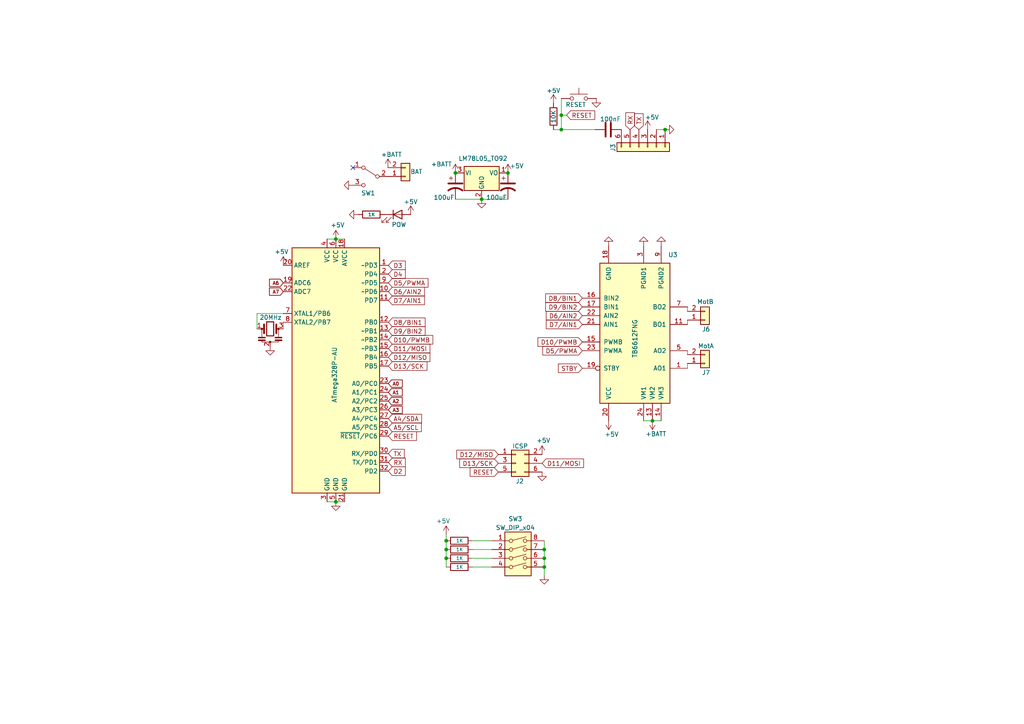
<source format=kicad_sch>
(kicad_sch (version 20230121) (generator eeschema)
  (paper "A4")
  (lib_symbols
    (symbol "ATmega328P-A_1"
      (property "Value" "ATmega328P-AU " (at -0.381 -9.398 90))
      (symbol "ATmega328P-A_1_0_1"
        (rectangle (start -12.7 -35.56) (end 12.7 35.56) (stroke (width 0.254)) (fill (type background)))
      )
      (symbol "ATmega328P-A_1_1_1"
        (pin bidirectional line (at 15.24 30.48 180) (length 2.54) (name "~PD3") (number "1"))
        (pin bidirectional line (at 15.24 22.86 180) (length 2.54) (name "~PD6") (number "10"))
        (pin bidirectional line (at 15.24 20.32 180) (length 2.54) (name "PD7") (number "11"))
        (pin bidirectional line (at 15.24 13.97 180) (length 2.54) (name "PB0") (number "12"))
        (pin bidirectional line (at 15.24 11.43 180) (length 2.54) (name "~PB1") (number "13"))
        (pin bidirectional line (at 15.24 8.89 180) (length 2.54) (name "~PB2") (number "14"))
        (pin bidirectional line (at 15.24 6.35 180) (length 2.54) (name "~PB3") (number "15"))
        (pin bidirectional line (at 15.24 3.81 180) (length 2.54) (name "PB4") (number "16"))
        (pin bidirectional line (at 15.24 1.27 180) (length 2.54) (name "PB5") (number "17"))
        (pin power_in line (at 2.54 38.1 270) (length 2.54) (name "AVCC") (number "18"))
        (pin input line (at -15.24 25.4 0) (length 2.54) (name "ADC6") (number "19"))
        (pin bidirectional line (at 15.24 27.94 180) (length 2.54) (name "PD4") (number "2"))
        (pin passive line (at -15.24 30.48 0) (length 2.54) (name "AREF") (number "20"))
        (pin passive line (at 2.54 -38.1 90) (length 2.54) (name "GND") (number "21"))
        (pin input line (at -15.24 22.86 0) (length 2.54) (name "ADC7") (number "22"))
        (pin bidirectional line (at 15.24 -3.81 180) (length 2.54) (name "A0/PC0") (number "23"))
        (pin bidirectional line (at 15.24 -6.35 180) (length 2.54) (name "A1/PC1") (number "24"))
        (pin bidirectional line (at 15.24 -8.89 180) (length 2.54) (name "A2/PC2") (number "25"))
        (pin bidirectional line (at 15.24 -11.43 180) (length 2.54) (name "A3/PC3") (number "26"))
        (pin bidirectional line (at 15.24 -13.97 180) (length 2.54) (name "A4/PC4") (number "27"))
        (pin bidirectional line (at 15.24 -16.51 180) (length 2.54) (name "A5/PC5") (number "28"))
        (pin bidirectional line (at 15.24 -19.05 180) (length 2.54) (name "~{RESET}/PC6") (number "29"))
        (pin power_in line (at -2.54 -38.1 90) (length 2.54) (name "GND") (number "3"))
        (pin bidirectional line (at 15.24 -24.13 180) (length 2.54) (name "RX/PD0") (number "30"))
        (pin bidirectional line (at 15.24 -26.67 180) (length 2.54) (name "TX/PD1") (number "31"))
        (pin bidirectional line (at 15.24 -29.21 180) (length 2.54) (name "PD2") (number "32"))
        (pin power_in line (at -2.54 38.1 270) (length 2.54) (name "VCC") (number "4"))
        (pin passive line (at 0 -38.1 90) (length 2.54) (name "GND") (number "5"))
        (pin passive line (at 0 38.1 270) (length 2.54) (name "VCC") (number "6"))
        (pin bidirectional line (at -15.24 16.51 0) (length 2.54) (name "XTAL1/PB6") (number "7"))
        (pin bidirectional line (at -15.24 13.97 0) (length 2.54) (name "XTAL2/PB7") (number "8"))
        (pin bidirectional line (at 15.24 25.4 180) (length 2.54) (name "~PD5") (number "9"))
      )
    )
    (symbol "Connector_Generic:Conn_01x02" (pin_names (offset 1.016) hide)
      (property "Reference" "J" (at 0 2.54 0))
      (property "Value" "Conn_01x02" (at 0 -5.08 0))
      (symbol "Conn_01x02_1_1"
        (rectangle (start -1.27 -2.413) (end 0 -2.667) (stroke (width 0.1524)))
        (rectangle (start -1.27 0.127) (end 0 -0.127) (stroke (width 0.1524)))
        (rectangle (start -1.27 1.27) (end 1.27 -3.81) (stroke (width 0.254)) (fill (type background)))
        (pin passive line (at -5.08 0 0) (length 3.81) (name "Pin_1") (number "1"))
        (pin passive line (at -5.08 -2.54 0) (length 3.81) (name "Pin_2") (number "2"))
      )
    )
    (symbol "Connector_Generic:Conn_02x03_Odd_Even" (pin_names (offset 1.016) hide)
      (property "Reference" "J" (at 1.27 5.08 0))
      (property "Value" "Conn_02x03_Odd_Even" (at 1.27 -5.08 0))
      (symbol "Conn_02x03_Odd_Even_1_1"
        (rectangle (start -1.27 -2.413) (end 0 -2.667) (stroke (width 0.1524)))
        (rectangle (start -1.27 0.127) (end 0 -0.127) (stroke (width 0.1524)))
        (rectangle (start -1.27 2.667) (end 0 2.413) (stroke (width 0.1524)))
        (rectangle (start -1.27 3.81) (end 3.81 -3.81) (stroke (width 0.254)) (fill (type background)))
        (rectangle (start 3.81 -2.413) (end 2.54 -2.667) (stroke (width 0.1524)))
        (rectangle (start 3.81 0.127) (end 2.54 -0.127) (stroke (width 0.1524)))
        (rectangle (start 3.81 2.667) (end 2.54 2.413) (stroke (width 0.1524)))
        (pin passive line (at -5.08 2.54 0) (length 3.81) (name "Pin_1") (number "1"))
        (pin passive line (at 7.62 2.54 180) (length 3.81) (name "Pin_2") (number "2"))
        (pin passive line (at -5.08 0 0) (length 3.81) (name "Pin_3") (number "3"))
        (pin passive line (at 7.62 0 180) (length 3.81) (name "Pin_4") (number "4"))
        (pin passive line (at -5.08 -2.54 0) (length 3.81) (name "Pin_5") (number "5"))
        (pin passive line (at 7.62 -2.54 180) (length 3.81) (name "Pin_6") (number "6"))
      )
    )
    (symbol "Connector_Generic_MountingPin:Conn_01x06_MountingPin" (pin_names (offset 1.016) hide)
      (symbol "Conn_01x06_MountingPin_1_1"
        (rectangle (start -1.27 -7.493) (end 0 -7.747) (stroke (width 0.1524)))
        (rectangle (start -1.27 -4.953) (end 0 -5.207) (stroke (width 0.1524)))
        (rectangle (start -1.27 -2.413) (end 0 -2.667) (stroke (width 0.1524)))
        (rectangle (start -1.27 0.127) (end 0 -0.127) (stroke (width 0.1524)))
        (rectangle (start -1.27 2.667) (end 0 2.413) (stroke (width 0.1524)))
        (rectangle (start -1.27 5.207) (end 0 4.953) (stroke (width 0.1524)))
        (rectangle (start -1.27 6.35) (end 1.27 -8.89) (stroke (width 0.254)) (fill (type background)))
        (pin passive line (at -5.08 5.08 0) (length 3.81) (name "Pin_1") (number "1"))
        (pin passive line (at -5.08 2.54 0) (length 3.81) (name "Pin_2") (number "2"))
        (pin passive line (at -5.08 0 0) (length 3.81) (name "Pin_3") (number "3"))
        (pin passive line (at -5.08 -2.54 0) (length 3.81) (name "Pin_4") (number "4"))
        (pin passive line (at -5.08 -5.08 0) (length 3.81) (name "Pin_5") (number "5"))
        (pin passive line (at -5.08 -7.62 0) (length 3.81) (name "Pin_6") (number "6"))
      )
    )
    (symbol "Device:C" (pin_numbers hide) (pin_names (offset 0.254))
      (property "Reference" "C" (at 0.635 2.54 0))
      (property "Value" "C" (at 0.635 -2.54 0))
      (symbol "C_0_1"
        (polyline (pts (xy -2.032 -0.762) (xy 2.032 -0.762)) (stroke (width 0.508)))
        (polyline (pts (xy -2.032 0.762) (xy 2.032 0.762)) (stroke (width 0.508)))
      )
      (symbol "C_1_1"
        (pin passive line (at 0 3.81 270) (length 2.794) (name "~") (number "1"))
        (pin passive line (at 0 -3.81 90) (length 2.794) (name "~") (number "2"))
      )
    )
    (symbol "Device:C_Polarized_US" (pin_numbers hide) (pin_names (offset 0.254) hide)
      (property "Reference" "C" (at 0.635 2.54 0))
      (property "Value" "C_Polarized_US" (at 0.635 -2.54 0))
      (symbol "C_Polarized_US_0_1"
        (polyline (pts (xy -2.032 0.762) (xy 2.032 0.762)) (stroke (width 0.508)))
        (polyline (pts (xy -1.778 2.286) (xy -0.762 2.286)))
        (polyline (pts (xy -1.27 1.778) (xy -1.27 2.794)))
        (arc (start 2.032 -1.27) (mid 0 -0.5572) (end -2.032 -1.27) (stroke (width 0.508)))
      )
      (symbol "C_Polarized_US_1_1"
        (pin passive line (at 0 3.81 270) (length 2.794) (name "~") (number "1"))
        (pin passive line (at 0 -3.81 90) (length 3.302) (name "~") (number "2"))
      )
    )
    (symbol "Device:LED" (pin_numbers hide) (pin_names (offset 1.016) hide)
      (property "Reference" "D" (at 0 2.54 0))
      (property "Value" "LED" (at 0 -2.54 0))
      (symbol "LED_0_1"
        (polyline (pts (xy -1.27 -1.27) (xy -1.27 1.27)) (stroke (width 0.254)))
        (polyline (pts (xy -1.27 0) (xy 1.27 0)))
        (polyline (pts (xy 1.27 -1.27) (xy 1.27 1.27) (xy -1.27 0) (xy 1.27 -1.27)) (stroke (width 0.254)))
        (polyline (pts (xy -3.048 -0.762) (xy -4.572 -2.286) (xy -3.81 -2.286) (xy -4.572 -2.286) (xy -4.572 -1.524)))
        (polyline (pts (xy -1.778 -0.762) (xy -3.302 -2.286) (xy -2.54 -2.286) (xy -3.302 -2.286) (xy -3.302 -1.524)))
      )
      (symbol "LED_1_1"
        (pin passive line (at -3.81 0 0) (length 2.54) (name "K") (number "1"))
        (pin passive line (at 3.81 0 180) (length 2.54) (name "A") (number "2"))
      )
    )
    (symbol "Device:R" (pin_numbers hide) (pin_names (offset 0))
      (property "Reference" "R" (at 2.032 0 90))
      (property "Value" "R" (at 0 0 90))
      (symbol "R_0_1"
        (rectangle (start -1.016 -2.54) (end 1.016 2.54) (stroke (width 0.254)))
      )
      (symbol "R_1_1"
        (pin passive line (at 0 3.81 270) (length 1.27) (name "~") (number "1"))
        (pin passive line (at 0 -3.81 90) (length 1.27) (name "~") (number "2"))
      )
    )
    (symbol "Device:Resonator" (pin_names (offset 1.016) hide)
      (property "Reference" "Y" (at 0 5.715 0))
      (property "Value" "Resonator" (at 0 3.81 0))
      (symbol "Resonator_0_1"
        (rectangle (start -3.429 -3.175) (end -1.397 -3.429) (fill (type outline)))
        (rectangle (start -3.429 -2.413) (end -1.397 -2.667) (fill (type outline)))
        (circle (center -2.413 0) (radius 0.254) (fill (type outline)))
        (rectangle (start -1.016 2.032) (end 1.016 -2.032) (stroke (width 0.3048)))
        (circle (center 0 -3.81) (radius 0.254) (fill (type outline)))
        (polyline (pts (xy -2.413 -2.413) (xy -2.413 0)))
        (polyline (pts (xy -1.905 0) (xy -3.175 0)))
        (polyline (pts (xy -1.778 -1.27) (xy -1.778 1.27)) (stroke (width 0.508)))
        (polyline (pts (xy 1.778 -1.27) (xy 1.778 1.27)) (stroke (width 0.508)))
        (polyline (pts (xy 1.905 0) (xy 2.54 0)))
        (polyline (pts (xy 2.413 0) (xy 2.413 -2.54)))
        (polyline (pts (xy 2.413 -3.302) (xy 2.413 -3.81) (xy -2.413 -3.81) (xy -2.413 -3.302)))
        (rectangle (start 1.397 -3.175) (end 3.429 -3.429) (fill (type outline)))
        (rectangle (start 1.397 -2.413) (end 3.429 -2.667) (fill (type outline)))
        (circle (center 2.413 0) (radius 0.254) (fill (type outline)))
      )
      (symbol "Resonator_1_1"
        (pin passive line (at -3.81 0 0) (length 1.27) (name "1") (number "1"))
        (pin passive line (at 0 -5.08 90) (length 1.27) (name "2") (number "2"))
        (pin passive line (at 3.81 0 180) (length 1.27) (name "3") (number "3"))
      )
    )
    (symbol "Driver_Motor:TB6612FNG" (pin_names (offset 1.016))
      (property "Reference" "U" (at 11.43 17.78 0))
      (property "Value" "TB6612FNG" (at 11.43 15.24 0))
      (symbol "TB6612FNG_0_1"
        (rectangle (start -10.16 20.32) (end 10.16 -20.32) (stroke (width 0.254)) (fill (type background)))
      )
      (symbol "TB6612FNG_1_1"
        (pin output line (at 15.24 10.16 180) (length 5.08) (name "AO1") (number "1"))
        (pin passive line (at 7.62 -25.4 90) (length 5.08) hide (name "PGND2") (number "10"))
        (pin output line (at 15.24 -2.54 180) (length 5.08) (name "BO1") (number "11"))
        (pin passive line (at 15.24 -2.54 180) (length 5.08) hide (name "BO1") (number "12"))
        (pin power_in line (at 5.08 25.4 270) (length 5.08) (name "VM2") (number "13"))
        (pin power_in line (at 7.62 25.4 270) (length 5.08) (name "VM3") (number "14"))
        (pin input line (at -15.24 2.54 0) (length 5.08) (name "PWMB") (number "15"))
        (pin input line (at -15.24 -10.16 0) (length 5.08) (name "BIN2") (number "16"))
        (pin input line (at -15.24 -7.62 0) (length 5.08) (name "BIN1") (number "17"))
        (pin power_in line (at -7.62 -25.4 90) (length 5.08) (name "GND") (number "18"))
        (pin input inverted (at -15.24 10.16 0) (length 5.08) (name "STBY") (number "19"))
        (pin passive line (at 15.24 10.16 180) (length 5.08) hide (name "AO1") (number "2"))
        (pin power_in line (at -7.62 25.4 270) (length 5.08) (name "VCC") (number "20"))
        (pin input line (at -15.24 -2.54 0) (length 5.08) (name "AIN1") (number "21"))
        (pin input line (at -15.24 -5.08 0) (length 5.08) (name "AIN2") (number "22"))
        (pin input line (at -15.24 5.08 0) (length 5.08) (name "PWMA") (number "23"))
        (pin power_in line (at 2.54 25.4 270) (length 5.08) (name "VM1") (number "24"))
        (pin power_in line (at 2.54 -25.4 90) (length 5.08) (name "PGND1") (number "3"))
        (pin passive line (at 2.54 -25.4 90) (length 5.08) hide (name "PGND1") (number "4"))
        (pin output line (at 15.24 5.08 180) (length 5.08) (name "AO2") (number "5"))
        (pin passive line (at 15.24 5.08 180) (length 5.08) hide (name "AO2") (number "6"))
        (pin output line (at 15.24 -7.62 180) (length 5.08) (name "BO2") (number "7"))
        (pin passive line (at 15.24 -7.62 180) (length 5.08) hide (name "BO2") (number "8"))
        (pin power_in line (at 7.62 -25.4 90) (length 5.08) (name "PGND2") (number "9"))
      )
    )
    (symbol "Regulator_Linear:LM78L05_TO92" (pin_names (offset 0.254))
      (property "Reference" "U" (at -3.81 3.175 0))
      (property "Value" "LM78L05_TO92" (at 0 3.175 0))
      (symbol "LM78L05_TO92_0_1"
        (rectangle (start -5.08 -5.08) (end 5.08 1.905) (stroke (width 0.254)) (fill (type background)))
      )
      (symbol "LM78L05_TO92_1_1"
        (pin power_out line (at 7.62 0 180) (length 2.54) (name "VO") (number "1"))
        (pin power_in line (at 0 -7.62 90) (length 2.54) (name "GND") (number "2"))
        (pin power_in line (at -7.62 0 0) (length 2.54) (name "VI") (number "3"))
      )
    )
    (symbol "Switch:SW_DIP_x04" (pin_names (offset 0) hide)
      (property "Reference" "SW" (at 0 8.89 0))
      (property "Value" "SW_DIP_x04" (at 0 -6.35 0))
      (symbol "SW_DIP_x04_0_0"
        (circle (center -2.032 -2.54) (radius 0.508))
        (circle (center -2.032 0) (radius 0.508))
        (circle (center -2.032 2.54) (radius 0.508))
        (circle (center -2.032 5.08) (radius 0.508))
        (polyline (pts (xy -1.524 -2.3876) (xy 2.3622 -1.3462)))
        (polyline (pts (xy -1.524 0.127) (xy 2.3622 1.1684)))
        (polyline (pts (xy -1.524 2.667) (xy 2.3622 3.7084)))
        (polyline (pts (xy -1.524 5.207) (xy 2.3622 6.2484)))
        (circle (center 2.032 -2.54) (radius 0.508))
        (circle (center 2.032 0) (radius 0.508))
        (circle (center 2.032 2.54) (radius 0.508))
        (circle (center 2.032 5.08) (radius 0.508))
      )
      (symbol "SW_DIP_x04_0_1"
        (rectangle (start -3.81 7.62) (end 3.81 -5.08) (stroke (width 0.254)) (fill (type background)))
      )
      (symbol "SW_DIP_x04_1_1"
        (pin passive line (at -7.62 5.08 0) (length 5.08) (name "~") (number "1"))
        (pin passive line (at -7.62 2.54 0) (length 5.08) (name "~") (number "2"))
        (pin passive line (at -7.62 0 0) (length 5.08) (name "~") (number "3"))
        (pin passive line (at -7.62 -2.54 0) (length 5.08) (name "~") (number "4"))
        (pin passive line (at 7.62 -2.54 180) (length 5.08) (name "~") (number "5"))
        (pin passive line (at 7.62 0 180) (length 5.08) (name "~") (number "6"))
        (pin passive line (at 7.62 2.54 180) (length 5.08) (name "~") (number "7"))
        (pin passive line (at 7.62 5.08 180) (length 5.08) (name "~") (number "8"))
      )
    )
    (symbol "Switch:SW_Push" (pin_numbers hide) (pin_names (offset 1.016) hide)
      (property "Reference" "SW" (at 1.27 2.54 0))
      (property "Value" "SW_Push" (at 0 -1.524 0))
      (symbol "SW_Push_0_1"
        (circle (center -2.032 0) (radius 0.508))
        (polyline (pts (xy 0 1.27) (xy 0 3.048)))
        (polyline (pts (xy 2.54 1.27) (xy -2.54 1.27)))
        (circle (center 2.032 0) (radius 0.508))
        (pin passive line (at -5.08 0 0) (length 2.54) (name "1") (number "1"))
        (pin passive line (at 5.08 0 180) (length 2.54) (name "2") (number "2"))
      )
    )
    (symbol "Switch:SW_SPDT" (pin_names (offset 0) hide)
      (property "Reference" "SW" (at 0 4.318 0))
      (property "Value" "SW_SPDT" (at 0 -5.08 0))
      (symbol "SW_SPDT_0_0"
        (circle (center -2.032 0) (radius 0.508))
        (circle (center 2.032 -2.54) (radius 0.508))
      )
      (symbol "SW_SPDT_0_1"
        (polyline (pts (xy -1.524 0.254) (xy 1.651 2.286)))
        (circle (center 2.032 2.54) (radius 0.508))
      )
      (symbol "SW_SPDT_1_1"
        (pin passive line (at 5.08 2.54 180) (length 2.54) (name "A") (number "1"))
        (pin passive line (at -5.08 0 0) (length 2.54) (name "B") (number "2"))
        (pin passive line (at 5.08 -2.54 180) (length 2.54) (name "C") (number "3"))
      )
    )
    (symbol "power:+5V" (power) (pin_names (offset 0))
      (property "Value" "+5V" (at 0 3.556 0))
      (symbol "+5V_0_1"
        (polyline (pts (xy -0.762 1.27) (xy 0 2.54)))
        (polyline (pts (xy 0 0) (xy 0 2.54)))
        (polyline (pts (xy 0 2.54) (xy 0.762 1.27)))
      )
      (symbol "+5V_1_1"
        (pin power_in line (at 0 0 90) (length 0) hide (name "+5V") (number "1"))
      )
    )
    (symbol "power:+BATT" (power) (pin_names (offset 0))
      (property "Value" "+BATT" (at 0 3.556 0))
      (symbol "+BATT_0_1"
        (polyline (pts (xy -0.762 1.27) (xy 0 2.54)))
        (polyline (pts (xy 0 0) (xy 0 2.54)))
        (polyline (pts (xy 0 2.54) (xy 0.762 1.27)))
      )
      (symbol "+BATT_1_1"
        (pin power_in line (at 0 0 90) (length 0) hide (name "+BATT") (number "1"))
      )
    )
    (symbol "power:GND" (power) (pin_names (offset 0))
      (property "Value" "GND" (at 0 -3.81 0))
      (symbol "GND_0_1"
        (polyline (pts (xy 0 0) (xy 0 -1.27) (xy 1.27 -1.27) (xy 0 -2.54) (xy -1.27 -1.27) (xy 0 -1.27)))
      )
      (symbol "GND_1_1"
        (pin power_in line (at 0 0 270) (length 0) hide (name "GND") (number "1"))
      )
    )
  )
  (junction (at 162.814 37.592))
  (junction (at 157.861 159.385))
  (junction (at 147.32 50.165))
  (junction (at 129.413 156.845))
  (junction (at 189.23 122.047))
  (junction (at 162.814 33.401))
  (junction (at 192.913 37.592))
  (junction (at 97.409 145.542))
  (junction (at 132.08 50.165))
  (junction (at 129.413 159.385))
  (junction (at 129.413 161.925))
  (junction (at 157.861 164.465))
  (junction (at 97.409 69.342))
  (junction (at 157.861 161.925))
  (junction (at 139.7 57.785))
  (no_connect (at 102.362 48.641))
  (wire (pts (xy 137.033 156.845) (xy 142.621 156.845)))
  (wire (pts (xy 129.413 159.385) (xy 129.413 161.925)))
  (wire (pts (xy 74.549 95.377) (xy 74.549 90.932)))
  (wire (pts (xy 157.861 166.878) (xy 157.861 164.465)))
  (wire (pts (xy 199.39 102.87) (xy 199.39 101.727)))
  (wire (pts (xy 137.033 161.925) (xy 142.621 161.925)))
  (wire (pts (xy 129.413 161.925) (xy 129.413 164.465)))
  (wire (pts (xy 162.814 37.592) (xy 172.593 37.592)))
  (wire (pts (xy 129.413 156.845) (xy 129.413 159.385)))
  (wire (pts (xy 97.409 69.342) (xy 99.949 69.342)))
  (wire (pts (xy 157.861 156.845) (xy 157.861 159.385)))
  (wire (pts (xy 129.413 155.067) (xy 129.413 156.845)))
  (wire (pts (xy 186.69 122.047) (xy 189.23 122.047)))
  (wire (pts (xy 82.169 95.377) (xy 82.169 93.472)))
  (wire (pts (xy 94.869 145.542) (xy 97.409 145.542)))
  (wire (pts (xy 137.033 159.385) (xy 142.621 159.385)))
  (wire (pts (xy 157.861 159.385) (xy 157.861 161.925)))
  (wire (pts (xy 162.814 33.401) (xy 162.814 37.592)))
  (wire (pts (xy 132.08 57.785) (xy 139.7 57.785)))
  (wire (pts (xy 97.409 145.542) (xy 99.949 145.542)))
  (wire (pts (xy 94.869 69.342) (xy 97.409 69.342)))
  (wire (pts (xy 139.7 57.785) (xy 147.32 57.785)))
  (wire (pts (xy 74.549 90.932) (xy 82.169 90.932)))
  (wire (pts (xy 164.338 33.401) (xy 162.814 33.401)))
  (wire (pts (xy 189.23 122.047) (xy 191.77 122.047)))
  (wire (pts (xy 160.528 37.592) (xy 162.814 37.592)))
  (wire (pts (xy 199.39 89.027) (xy 199.39 90.297)))
  (wire (pts (xy 190.373 37.592) (xy 192.913 37.592)))
  (wire (pts (xy 157.861 161.925) (xy 157.861 164.465)))
  (wire (pts (xy 199.39 105.41) (xy 199.39 106.807)))
  (wire (pts (xy 162.814 28.575) (xy 162.814 33.401)))
  (wire (pts (xy 137.033 164.465) (xy 142.621 164.465)))
  (wire (pts (xy 199.39 92.837) (xy 199.39 94.107)))
  (global_label "D8{slash}BIN1" (shape input) (at 112.649 93.472 0) (property "Intersheetrefs" "${INTERSHEET_REFS}" (effects hide)))
  (global_label "D11{slash}MOSI" (shape input) (at 157.226 134.366 0) (property "Intersheetrefs" "${INTERSHEET_REFS}" (effects hide)))
  (global_label "RESET" (shape input) (at 164.338 33.401 0) (property "Intersheetrefs" "${INTERSHEET_REFS}" (effects hide)))
  (global_label "D10{slash}PWMB" (shape input) (at 168.91 99.187 180) (property "Intersheetrefs" "${INTERSHEET_REFS}" (effects hide)))
  (global_label "A7" (shape input) (at 82.169 84.582 180) (effects (font (size 1 1) (thickness 0.2) bold)) (property "Intersheetrefs" "${INTERSHEET_REFS}" (effects hide)))
  (global_label "D7{slash}AIN1" (shape input) (at 168.91 94.107 180) (property "Intersheetrefs" "${INTERSHEET_REFS}" (effects hide)))
  (global_label "D8{slash}BIN1" (shape input) (at 168.91 86.487 180) (property "Intersheetrefs" "${INTERSHEET_REFS}" (effects hide)))
  (global_label "STBY" (shape input) (at 168.91 106.807 180) (property "Intersheetrefs" "${INTERSHEET_REFS}" (effects hide)))
  (global_label "D11{slash}MOSI" (shape input) (at 112.649 101.092 0) (property "Intersheetrefs" "${INTERSHEET_REFS}" (effects hide)))
  (global_label "D5{slash}PWMA" (shape input) (at 168.91 101.727 180) (property "Intersheetrefs" "${INTERSHEET_REFS}" (effects hide)))
  (global_label "A6" (shape input) (at 82.169 82.042 180) (effects (font (size 1 1) (thickness 0.2) bold)) (property "Intersheetrefs" "${INTERSHEET_REFS}" (effects hide)))
  (global_label "RX" (shape input) (at 112.649 134.112 0) (property "Intersheetrefs" "${INTERSHEET_REFS}" (effects hide)))
  (global_label "TX" (shape input) (at 185.293 37.592 90) (property "Intersheetrefs" "${INTERSHEET_REFS}" (effects hide)))
  (global_label "D9{slash}BIN2" (shape input) (at 112.649 96.012 0) (property "Intersheetrefs" "${INTERSHEET_REFS}" (effects hide)))
  (global_label "D12{slash}MISO" (shape input) (at 144.526 131.826 180) (property "Intersheetrefs" "${INTERSHEET_REFS}" (effects hide)))
  (global_label "D3" (shape input) (at 112.649 76.962 0) (property "Intersheetrefs" "${INTERSHEET_REFS}" (effects hide)))
  (global_label "D5{slash}PWMA" (shape input) (at 112.649 82.042 0) (property "Intersheetrefs" "${INTERSHEET_REFS}" (effects hide)))
  (global_label "RESET" (shape input) (at 112.649 126.492 0) (property "Intersheetrefs" "${INTERSHEET_REFS}" (effects hide)))
  (global_label "RESET" (shape input) (at 144.526 136.906 180) (property "Intersheetrefs" "${INTERSHEET_REFS}" (effects hide)))
  (global_label "RX" (shape input) (at 182.753 37.592 90) (property "Intersheetrefs" "${INTERSHEET_REFS}" (effects hide)))
  (global_label "D4" (shape input) (at 112.649 79.502 0) (property "Intersheetrefs" "${INTERSHEET_REFS}" (effects hide)))
  (global_label "D12{slash}MISO" (shape input) (at 112.649 103.632 0) (property "Intersheetrefs" "${INTERSHEET_REFS}" (effects hide)))
  (global_label "A1" (shape input) (at 112.649 113.792 0) (effects (font (size 1 1) (thickness 0.2) bold)) (property "Intersheetrefs" "${INTERSHEET_REFS}" (effects hide)))
  (global_label "D7{slash}AIN1" (shape input) (at 112.649 87.122 0) (property "Intersheetrefs" "${INTERSHEET_REFS}" (effects hide)))
  (global_label "D10{slash}PWMB" (shape input) (at 112.649 98.552 0) (property "Intersheetrefs" "${INTERSHEET_REFS}" (effects hide)))
  (global_label "D13{slash}SCK" (shape input) (at 144.526 134.366 180) (property "Intersheetrefs" "${INTERSHEET_REFS}" (effects hide)))
  (global_label "A3" (shape input) (at 112.649 118.872 0) (effects (font (size 1 1) (thickness 0.2) bold)) (property "Intersheetrefs" "${INTERSHEET_REFS}" (effects hide)))
  (global_label "D6{slash}AIN2" (shape input) (at 168.91 91.567 180) (property "Intersheetrefs" "${INTERSHEET_REFS}" (effects hide)))
  (global_label "TX" (shape input) (at 112.649 131.572 0) (property "Intersheetrefs" "${INTERSHEET_REFS}" (effects hide)))
  (global_label "D6{slash}AIN2" (shape input) (at 112.649 84.582 0) (property "Intersheetrefs" "${INTERSHEET_REFS}" (effects hide)))
  (global_label "A2" (shape input) (at 112.649 116.332 0) (effects (font (size 1 1) (thickness 0.2) bold)) (property "Intersheetrefs" "${INTERSHEET_REFS}" (effects hide)))
  (global_label "D2" (shape input) (at 112.649 136.652 0) (property "Intersheetrefs" "${INTERSHEET_REFS}" (effects hide)))
  (global_label "A0" (shape input) (at 112.649 111.252 0) (effects (font (size 1 1) (thickness 0.2) bold)) (property "Intersheetrefs" "${INTERSHEET_REFS}" (effects hide)))
  (global_label "D9{slash}BIN2" (shape input) (at 168.91 89.027 180) (property "Intersheetrefs" "${INTERSHEET_REFS}" (effects hide)))
  (global_label "D13{slash}SCK" (shape input) (at 112.649 106.172 0) (property "Intersheetrefs" "${INTERSHEET_REFS}" (effects hide)))
  (global_label "A4{slash}SDA" (shape input) (at 112.649 121.412 0) (property "Intersheetrefs" "${INTERSHEET_REFS}" (effects hide)))
  (global_label "A5{slash}SCL" (shape input) (at 112.649 123.952 0) (property "Intersheetrefs" "${INTERSHEET_REFS}" (effects hide)))
  (symbol (lib_id "power:+5V") (at 129.413 155.067 0) (mirror y) (unit 1)
    (property "Reference" "#PWR029" (effects hide))
    (property "Value" "+5V" (at 128.524 151.13 0))
  )
  (symbol (lib_id "power:+BATT") (at 112.522 48.641 0) (unit 1)
    (property "Reference" "#PWR06" (effects hide))
    (property "Value" "+BATT" (at 113.538 44.831 0))
  )
  (symbol (lib_id "power:+5V") (at 97.409 69.342 0) (unit 1)
    (property "Reference" "#PWR03" (effects hide))
    (property "Value" "+5V" (at 97.917 65.278 0))
  )
  (symbol (lib_id "power:GND") (at 139.7 57.785 0) (mirror y) (unit 1)
    (property "Reference" "#PWR011" (effects hide))
    (property "Value" "GND" (effects hide))
  )
  (symbol (lib_id "Device:LED") (at 115.316 62.23 0) (unit 1)
    (property "Reference" "D1" (effects hide))
    (property "Value" "POW" (at 117.856 65.151 0) (effects (justify right)))
  )
  (symbol (lib_id "power:+5V") (at 187.833 37.592 0) (unit 1)
    (property "Reference" "#PWR010" (effects hide))
    (property "Value" "+5V" (at 189.103 34.036 0))
  )
  (symbol (lib_id "power:GND") (at 102.362 53.721 270) (mirror x) (unit 1)
    (property "Reference" "#PWR05" (effects hide))
    (property "Value" "GND" (effects hide))
  )
  (symbol (lib_id "Device:R") (at 107.696 62.23 90) (unit 1)
    (property "Reference" "R1" (effects hide))
    (property "Value" "1K" (at 108.839 62.23 90) (effects (font (size 1 1)) (justify left)))
    (property "Footprint" "Resistor_SMD:R_1206_3216Metric" (effects hide))
  )
  (symbol (lib_id "Device:R") (at 133.223 159.385 90) (unit 1)
    (property "Reference" "R8" (effects hide))
    (property "Value" "1K" (at 134.366 159.385 90) (effects (font (size 1 1)) (justify left)))
    (property "Footprint" "Resistor_SMD:R_1206_3216Metric" (effects hide))
  )
  (symbol (lib_id "power:GND") (at 192.913 37.592 90) (unit 1)
    (property "Reference" "#PWR012" (effects hide))
    (property "Value" "GND" (effects hide))
  )
  (symbol (lib_id "power:GND") (at 97.409 145.542 0) (mirror y) (unit 1)
    (property "Reference" "#PWR04" (effects hide))
    (property "Value" "GND" (effects hide))
  )
  (symbol (lib_id "Device:Resonator") (at 78.359 95.377 0) (unit 1)
    (property "Reference" "Y1" (effects hide))
    (property "Value" "20MHz" (at 78.486 92.075 0))
    (property "Footprint" "Crystal:Resonator_SMD_Murata_CSTxExxV-3Pin_3.0x1.1mm" (effects hide))
  )
  (symbol (lib_id "Connector_Generic:Conn_01x02") (at 204.47 105.41 0) (mirror x) (unit 1)
    (property "Reference" "J7" (at 203.581 108.077 0) (effects (justify left)))
    (property "Value" "MotA" (at 202.438 100.33 0) (effects (justify left)))
    (property "Footprint" "Connector_PinHeader_2.54mm:PinHeader_1x02_P2.54mm_Horizontal" (effects hide))
  )
  (symbol (lib_id "power:GND") (at 157.226 136.906 0) (mirror y) (unit 1)
    (property "Reference" "#PWR015" (effects hide))
    (property "Value" "GND" (effects hide))
  )
  (symbol (lib_id "power:+BATT") (at 132.08 50.165 0) (unit 1)
    (property "Reference" "#PWR08" (effects hide))
    (property "Value" "+BATT" (at 128.016 47.625 0))
  )
  (symbol (lib_id "power:+5V") (at 82.169 76.962 0) (unit 1)
    (property "Reference" "#PWR02" (effects hide))
    (property "Value" "+5V" (at 81.661 73.025 0))
  )
  (symbol (lib_id "power:+5V") (at 160.528 29.972 0) (mirror y) (unit 1)
    (property "Reference" "#PWR017" (effects hide))
    (property "Value" "+5V" (at 160.528 26.289 0))
  )
  (symbol (lib_id "Connector_Generic:Conn_01x02") (at 117.602 51.181 0) (mirror x) (unit 1)
    (property "Reference" "J1" (effects hide))
    (property "Value" "BAT" (at 118.999 49.784 0) (effects (justify left)))
    (property "Footprint" "Connector_PinHeader_2.54mm:PinHeader_1x02_P2.54mm_Vertical" (effects hide))
  )
  (symbol (lib_id "Device:R") (at 133.223 156.845 90) (unit 1)
    (property "Reference" "R7" (effects hide))
    (property "Value" "1K" (at 134.366 156.845 90) (effects (font (size 1 1)) (justify left)))
    (property "Footprint" "Resistor_SMD:R_1206_3216Metric" (effects hide))
  )
  (symbol (lib_id "power:GND") (at 176.53 71.247 0) (mirror x) (unit 1)
    (property "Reference" "#PWR019" (effects hide))
    (property "Value" "GND" (effects hide))
  )
  (symbol (lib_id "Connector_Generic_MountingPin:Conn_01x06_MountingPin") (at 187.833 42.672 270) (unit 1)
    (property "Reference" "J3" (at 177.8 41.656 0) (effects (justify left)))
    (property "Value" "Conn_01x06_MountingPin" (effects hide))
  )
  (symbol (lib_id "Device:C_Polarized_US") (at 147.32 53.975 0) (unit 1)
    (property "Reference" "C2" (effects hide))
    (property "Value" "100uF" (at 144.018 57.277 0))
    (property "Footprint" "Capacitor_SMD:C_1210_3225Metric_Pad1.33x2.70mm_HandSolder" (effects hide))
  )
  (symbol (lib_id "power:+BATT") (at 189.23 122.047 0) (mirror x) (unit 1)
    (property "Reference" "#PWR022" (effects hide))
    (property "Value" "+BATT" (at 190.246 125.857 0))
  )
  (symbol (lib_id "power:GND") (at 103.886 62.23 270) (mirror x) (unit 1)
    (property "Reference" "#PWR09" (effects hide))
    (property "Value" "GND" (effects hide))
  )
  (symbol (lib_id "power:GND") (at 78.359 100.457 0) (mirror y) (unit 1)
    (property "Reference" "#PWR01" (effects hide))
    (property "Value" "GND" (effects hide))
  )
  (symbol (lib_id "Device:C_Polarized_US") (at 132.08 53.975 0) (unit 1)
    (property "Reference" "C1" (effects hide))
    (property "Value" "100uF" (at 128.778 57.277 0))
    (property "Footprint" "Capacitor_SMD:C_1210_3225Metric_Pad1.33x2.70mm_HandSolder" (effects hide))
  )
  (symbol (lib_id "Connector_Generic:Conn_01x02") (at 204.47 92.837 0) (mirror x) (unit 1)
    (property "Reference" "J6" (at 203.581 95.504 0) (effects (justify left)))
    (property "Value" "MotB" (at 202.184 87.503 0) (effects (justify left)))
    (property "Footprint" "Connector_PinHeader_2.54mm:PinHeader_1x02_P2.54mm_Horizontal" (effects hide))
  )
  (symbol (lib_id "power:+5V") (at 176.53 122.047 0) (mirror x) (unit 1)
    (property "Reference" "#PWR020" (effects hide))
    (property "Value" "+5V" (at 177.419 125.984 0))
  )
  (symbol (lib_id "Device:R") (at 160.528 33.782 180) (unit 1)
    (property "Reference" "R2" (effects hide))
    (property "Value" "10K" (at 160.528 31.877 90) (effects (justify left)))
    (property "Footprint" "Resistor_SMD:R_1206_3216Metric" (effects hide))
  )
  (symbol (lib_name "ATmega328P-A_1") (lib_id "MCU_Microchip_ATmega:ATmega328P-A") (at 97.409 107.442 0) (unit 1)
    (property "Reference" "U1" (effects hide))
    (property "Value" "ATmega328P-AU " (at 97.028 116.84 90) (effects (justify left)))
    (property "Footprint" "Package_QFP:TQFP-32_7x7mm_P0.8mm" (effects hide))
    (property "Datasheet" "http://ww1.microchip.com/downloads/en/DeviceDoc/ATmega328_P%20AVR%20MCU%20with%20picoPower%20Technology%20Data%20Sheet%2040001984A.pdf" (effects hide))
  )
  (symbol (lib_id "power:GND") (at 172.974 28.575 0) (mirror y) (unit 1)
    (property "Reference" "#PWR018" (effects hide))
    (property "Value" "GND" (effects hide))
  )
  (symbol (lib_id "Switch:SW_Push") (at 167.894 28.575 0) (mirror y) (unit 1)
    (property "Reference" "SW2" (effects hide))
    (property "Value" "RESET" (at 167.005 30.353 0))
  )
  (symbol (lib_id "Driver_Motor:TB6612FNG") (at 184.15 96.647 0) (mirror x) (unit 1) (on_board no)
    (property "Reference" "U3" (at 193.7894 73.914 0) (effects (justify left)))
    (property "Value" "TB6612FNG" (at 184.15 92.583 90) (effects (font (size 1.3 1.3)) (justify left)))
    (property "Footprint" "Package_SO:SSOP-24_5.3x8.2mm_P0.65mm" (effects hide))
    (property "Datasheet" "https://toshiba.semicon-storage.com/us/product/linear/motordriver/detail.TB6612FNG.html" (effects hide))
  )
  (symbol (lib_id "Switch:SW_SPDT") (at 107.442 51.181 0) (mirror y) (unit 1)
    (property "Reference" "SW1" (at 106.807 56.007 0))
    (property "Value" "SW_SPDT" (effects hide))
  )
  (symbol (lib_id "power:GND") (at 186.69 71.247 0) (mirror x) (unit 1)
    (property "Reference" "#PWR021" (effects hide))
    (property "Value" "GND" (effects hide))
  )
  (symbol (lib_id "Device:R") (at 133.223 161.925 90) (unit 1)
    (property "Reference" "R9" (effects hide))
    (property "Value" "1K" (at 134.366 161.925 90) (effects (font (size 1 1)) (justify left)))
    (property "Footprint" "Resistor_SMD:R_1206_3216Metric" (effects hide))
  )
  (symbol (lib_id "Connector_Generic:Conn_02x03_Odd_Even") (at 149.606 134.366 0) (unit 1)
    (property "Reference" "J2" (at 150.749 139.573 0))
    (property "Value" "ICSP" (at 150.876 129.413 0))
    (property "Footprint" "Connector_PinHeader_2.54mm:PinHeader_2x03_P2.54mm_Vertical" (effects hide))
  )
  (symbol (lib_id "Device:R") (at 133.223 164.465 90) (unit 1)
    (property "Reference" "R10" (effects hide))
    (property "Value" "1K" (at 134.366 164.465 90) (effects (font (size 1 1)) (justify left)))
    (property "Footprint" "Resistor_SMD:R_1206_3216Metric" (effects hide))
  )
  (symbol (lib_id "Switch:SW_DIP_x04") (at 150.241 161.925 0) (unit 1)
    (property "Reference" "SW3" (at 149.479 150.495 0))
    (property "Value" "SW_DIP_x04" (at 149.479 153.035 0))
  )
  (symbol (lib_id "Regulator_Linear:LM78L05_TO92") (at 139.7 50.165 0) (unit 1)
    (property "Reference" "U2" (effects hide))
    (property "Value" "LM78L05_TO92" (at 140.081 45.974 0))
    (property "Footprint" "Package_TO_SOT_THT:TO-92_Inline" (effects hide))
    (property "Datasheet" "https://www.onsemi.com/pub/Collateral/MC78L06A-D.pdf" (effects hide))
  )
  (symbol (lib_id "Device:C") (at 176.403 37.592 270) (mirror x) (unit 1)
    (property "Reference" "C3" (effects hide))
    (property "Value" "100nF" (at 173.99 34.544 90) (effects (justify left)))
    (property "Footprint" "Capacitor_SMD:C_0805_2012Metric" (effects hide))
  )
  (symbol (lib_id "power:+5V") (at 157.226 131.826 0) (mirror y) (unit 1)
    (property "Reference" "#PWR014" (effects hide))
    (property "Value" "+5V" (at 157.607 127.762 0))
  )
  (symbol (lib_id "power:GND") (at 191.77 71.247 0) (mirror x) (unit 1)
    (property "Reference" "#PWR023" (effects hide))
    (property "Value" "GND" (effects hide))
  )
  (symbol (lib_id "power:+5V") (at 119.126 62.23 0) (mirror y) (unit 1)
    (property "Reference" "#PWR07" (effects hide))
    (property "Value" "+5V" (at 119.126 58.547 0))
  )
  (symbol (lib_id "power:+5V") (at 147.32 50.165 0) (mirror y) (unit 1)
    (property "Reference" "#PWR016" (effects hide))
    (property "Value" "+5V" (at 149.86 48.133 0))
  )
  (symbol (lib_id "power:GND") (at 157.861 166.878 0) (mirror y) (unit 1)
    (property "Reference" "#PWR031" (effects hide))
    (property "Value" "GND" (effects hide))
  )
)
</source>
